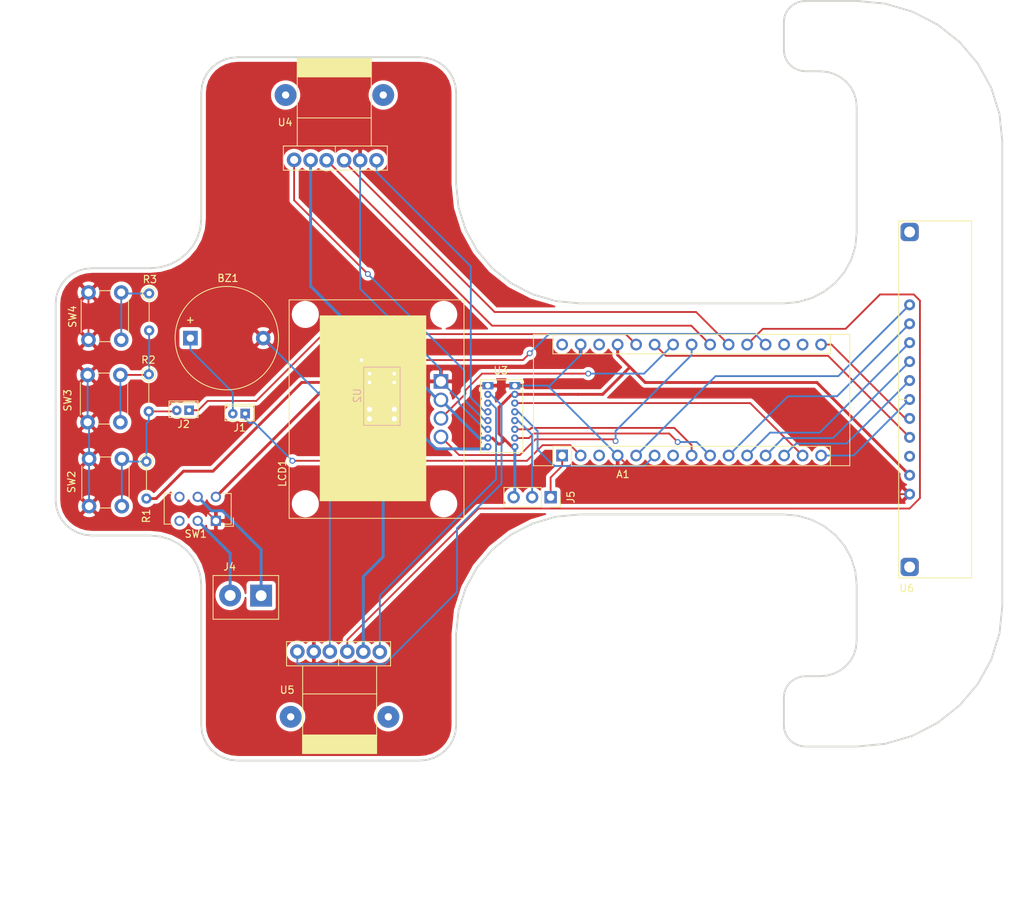
<source format=kicad_pcb>
(kicad_pcb (version 20211014) (generator pcbnew)
  (layers (0 "F.Cu" signal) (31 "B.Cu" signal) (34 "B.Paste" user) (35 "F.Paste" user) (36 "B.SilkS" user "B.Silkscreen") (37 "F.SilkS" user "F.Silkscreen") (38 "B.Mask" user) (39 "F.Mask" user) (44 "Edge.Cuts" user))
  (net 0 "")
  (net 1 "SERIAL-TX")
  (net 2 "Net-(A1-Pad17)")
  (net 3 "SERIAL-RX")
  (net 4 "Net-(A1-Pad18)")
  (net 5 "Net-(A1-Pad3)")
  (net 6 "M2-ENCDR-B")
  (net 7 "GND")
  (net 8 "M2-ENCDR-A")
  (net 9 "QTR-1")
  (net 10 "M1-ENCDR-B")
  (net 11 "MOTOR-2A")
  (net 12 "M1-ENCDR-A")
  (net 13 "IR-LED")
  (net 14 "OLED-SDA")
  (net 15 "MOTOR-1A")
  (net 16 "OLED-SCL")
  (net 17 "MOTOR-1B")
  (net 18 "QTR-8")
  (net 19 "QTR-2")
  (net 20 "BUTTON")
  (net 21 "QTR-3")
  (net 22 "+5V")
  (net 23 "QTR-4")
  (net 24 "Net-(A1-Pad28)")
  (net 25 "QTR-5")
  (net 26 "MOTOR-2B")
  (net 27 "Net-(A1-Pad30)")
  (net 28 "QTR-6")
  (net 29 "QTR-7")
  (net 30 "Net-(BZ1-Pad1)")
  (net 31 "Net-(J2-Pad2)")
  (net 32 "+BATT")
  (net 33 "-BATT")
  (net 34 "MOTOR-EN")
  (net 35 "Net-(R2-Pad1)")
  (net 36 "Net-(R3-Pad1)")
  (net 37 "Net-(SW1-Pad3)")
  (net 38 "+12V")
  (net 39 "Net-(SW1-Pad6)")
  (net 40 "Net-(U3-Pad1)")
  (net 41 "Net-(U3-Pad5)")
  (net 42 "Net-(U3-Pad11)")
  (net 43 "Net-(U3-Pad7)")
  (net 44 "IR_LED")
  (footprint "Module:Arduino_Nano" (layer "F.Cu") (at 160.419 98.1519 90)
    (fp_text reference "A1")
    (fp_text value "Arduino_Nano_v2.x")
  )
  (footprint "Buzzer_Beeper:Buzzer_D14mm_H7mm_P10mm" (layer "F.Cu") (at 109.37 82.0293)
    (fp_text reference "BZ1")
    (fp_text value "Buzzer")
  )
  (footprint "Button:Button_selector" (layer "F.Cu") (at 116.134 93.3755 180)
    (fp_text reference "J1")
    (fp_text value "BUTTON")
  )
  (footprint "Button:Button_selector" (layer "F.Cu") (at 108.433 92.9208 180)
    (fp_text reference "J2")
    (fp_text value "BUTTON_SELECTION")
  )
  (footprint "Adafruit-GFX-Library-master:OLED-SSD-1306-I2C" (layer "F.Cu") (at 138.153 91.7702 -90)
    (fp_text reference "LCD1")
    (fp_text value "OLED-SSD1306-12C")
  )
  (footprint "Resistor_THT:R_Axial_DIN0204_L3.6mm_D1.6mm_P5.08mm_Vertical" (layer "F.Cu") (at 103.66 87.0102 -90)
    (fp_text reference "R2")
    (fp_text value "1k")
  )
  (footprint "Resistor_THT:R_Axial_DIN0204_L3.6mm_D1.6mm_P5.08mm_Vertical" (layer "F.Cu") (at 103.708 75.8977 -90)
    (fp_text reference "R3")
    (fp_text value "1k")
  )
  (footprint "Button_Switch_THT:SW_CuK_JS202011CQN_DPDT_Straight" (layer "F.Cu") (at 112.873 107.119 180)
    (fp_text reference "SW1")
    (fp_text value "SW_DPDT_x2")
  )
  (footprint "Button_Switch_THT:SW_PUSH_6mm_H5mm" (layer "F.Cu") (at 99.756 87.0788 -90)
    (fp_text reference "SW3")
    (fp_text value "SW_Push")
  )
  (footprint "Button_Switch_THT:SW_PUSH_6mm_H5mm" (layer "F.Cu") (at 99.8753 75.7631 -90)
    (fp_text reference "SW4")
    (fp_text value "SW_Push")
  )
  (footprint "TB6612FNG:TB6612FNG" (layer "F.Cu") (at 155.019 97.7494 90)
    (fp_text reference "U3")
    (fp_text value "TB6612FBG")
  )
  (footprint "N20_motoreductor:n20_motor_encoder" (layer "F.Cu") (at 129.276 55.6463)
    (fp_text reference "U4")
    (fp_text value "N20-encoder")
  )
  (footprint "N20_motoreductor:n20_motor_encoder" (layer "F.Cu") (at 129.718 127.03 180)
    (fp_text reference "U5")
    (fp_text value "N20-encoder")
  )
  (footprint "QTR-8RC:QTR-8RC" (layer "F.Cu") (at 206.632 114.953)
    (fp_text reference "U6")
    (fp_text value "QTR-8RC")
  )
  (footprint "Button_Switch_THT:SW_PUSH_6mm_H5mm" (layer "F.Cu") (at 99.9566 98.6028 -90)
    (fp_text reference "SW2")
    (fp_text value "SW_Push")
  )
  (footprint "BATT_12v:BATT12-V" (layer "F.Cu") (at 116.987 120.63)
    (fp_text reference "J4")
    (fp_text value "BATT_12V")
  )
  (footprint "Connector_PinSocket_2.54mm:PinSocket_1x03_P2.54mm_Vertical" (layer "F.Cu") (at 158.836 103.866 -90)
    (fp_text reference "J5")
    (fp_text value "Conn_01x03_Female")
  )
  (footprint "Resistor_THT:R_Axial_DIN0204_L3.6mm_D1.6mm_P5.08mm_Vertical" (layer "F.Cu") (at 103.335 98.9762 -90)
    (fp_text reference "R1")
    (fp_text value "2k")
  )
  (footprint "MP1584:MP1584" (layer "B.Cu") (at 137.171 90.0088 -90)
    (fp_text reference "U2")
    (fp_text value "MP1584")
  )
  (gr_line (start 156.357342 107.48654) (end 159.546425 106.552106) (layer "Edge.Cuts") (width 0.254))
  (gr_line (start 141.838412 43.544208) (end 140.86296 43.451408) (layer "Edge.Cuts") (width 0.254))
  (gr_line (start 142.776378 139.676356) (end 143.640812 139.23005) (layer "Edge.Cuts") (width 0.254))
  (gr_line (start 145.766887 47.338823) (end 145.482358 46.432818) (layer "Edge.Cuts") (width 0.254))
  (gr_line (start 190.86296 77.258812) (end 192.813863 77.073212) (layer "Edge.Cuts") (width 0.254))
  (gr_line (start 156.357342 76.008858) (end 153.418267 74.491418) (layer "Edge.Cuts") (width 0.254))
  (gr_line (start 114.887509 139.95119) (end 113.949543 139.676356) (layer "Edge.Cuts") (width 0.254))
  (gr_line (start 110.330117 113.308337) (end 109.683248 112.139366) (layer "Edge.Cuts") (width 0.254))
  (gr_line (start 93.949543 72.796816) (end 93.085109 73.243122) (layer "Edge.Cuts") (width 0.254))
  (gr_line (start 200.86296 50.212889) (end 200.766886 49.270675) (layer "Edge.Cuts") (width 0.254))
  (gr_line (start 217.492352 129.526414) (end 219.34055 126.186498) (layer "Edge.Cuts") (width 0.254))
  (gr_line (start 200.101755 71.295992) (end 200.670812 69.483981) (layer "Edge.Cuts") (width 0.254))
  (gr_line (start 94.887509 109.041563) (end 93.949543 108.76673) (layer "Edge.Cuts") (width 0.254))
  (gr_line (start 108.812708 111.114755) (end 107.751952 110.273878) (layer "Edge.Cuts") (width 0.254))
  (gr_line (start 197.934027 109.065717) (end 196.418662 107.864464) (layer "Edge.Cuts") (width 0.254))
  (gr_line (start 196.418662 107.864464) (end 194.689794 106.971853) (layer "Edge.Cuts") (width 0.254))
  (gr_line (start 194.689794 106.971853) (end 192.813863 106.422186) (layer "Edge.Cuts") (width 0.254))
  (gr_line (start 193.86296 138.112138) (end 193.277689 138.056458) (layer "Edge.Cuts") (width 0.254))
  (gr_line (start 110.86296 48.281037) (end 110.86296 65.667702) (layer "Edge.Cuts") (width 0.254))
  (gr_line (start 110.86296 48.281037) (end 110.959034 47.338823) (layer "Edge.Cuts") (width 0.254))
  (gr_line (start 162.86296 106.236586) (end 190.86296 106.236586) (layer "Edge.Cuts") (width 0.254))
  (gr_line (start 191.741639 137.263399) (end 191.368551 136.824279) (layer "Edge.Cuts") (width 0.254))
  (gr_line (start 193.86296 128.45288) (end 195.86296 128.45288) (layer "Edge.Cuts") (width 0.254))
  (gr_line (start 107.751952 110.273878) (end 106.541745 109.64905) (layer "Edge.Cuts") (width 0.254))
  (gr_line (start 190.920604 135.779689) (end 190.86296 135.21436) (layer "Edge.Cuts") (width 0.254))
  (gr_line (start 200.766886 124.565464) (end 200.86296 123.623251) (layer "Edge.Cuts") (width 0.254))
  (gr_line (start 199.177656 110.529448) (end 197.934027 109.065717) (layer "Edge.Cuts") (width 0.254))
  (gr_line (start 219.34055 47.649642) (end 217.492352 44.309725) (layer "Edge.Cuts") (width 0.254))
  (gr_line (start 192.714909 35.944582) (end 193.277689 35.779681) (layer "Edge.Cuts") (width 0.254))
  (gr_line (start 192.196249 137.623774) (end 191.741639 137.263399) (layer "Edge.Cuts") (width 0.254))
  (gr_line (start 192.196249 36.212365) (end 192.714909 35.944582) (layer "Edge.Cuts") (width 0.254))
  (gr_line (start 196.838411 128.36008) (end 197.776377 128.085246) (layer "Edge.Cuts") (width 0.254))
  (gr_line (start 92.327427 73.843748) (end 91.705612 74.575614) (layer "Edge.Cuts") (width 0.254))
  (gr_line (start 148.727977 113.534451) (end 150.842145 111.046109) (layer "Edge.Cuts") (width 0.254))
  (gr_line (start 199.398493 46.797825) (end 198.640811 46.197199) (layer "Edge.Cuts") (width 0.254))
  (gr_line (start 95.86296 109.134363) (end 103.86296 109.134363) (layer "Edge.Cuts") (width 0.254))
  (gr_line (start 150.842145 111.046109) (end 153.418267 109.003979) (layer "Edge.Cuts") (width 0.254))
  (gr_line (start 91.705612 106.987932) (end 91.243563 106.152953) (layer "Edge.Cuts") (width 0.254))
  (gr_line (start 220.478665 51.273662) (end 219.34055 47.649642) (layer "Edge.Cuts") (width 0.254))
  (gr_line (start 196.418662 75.630933) (end 197.934027 74.429681) (layer "Edge.Cuts") (width 0.254))
  (gr_line (start 94.887509 72.521983) (end 93.949543 72.796816) (layer "Edge.Cuts") (width 0.254))
  (gr_line (start 191.368551 37.01186) (end 191.741639 36.572741) (layer "Edge.Cuts") (width 0.254))
  (gr_line (start 193.86296 45.38326) (end 195.86296 45.38326) (layer "Edge.Cuts") (width 0.254))
  (gr_line (start 190.86296 38.621779) (end 190.86296 42.485482) (layer "Edge.Cuts") (width 0.254))
  (gr_line (start 199.398493 127.038314) (end 200.020308 126.306449) (layer "Edge.Cuts") (width 0.254))
  (gr_line (start 113.949543 43.819042) (end 114.887509 43.544208) (layer "Edge.Cuts") (width 0.254))
  (gr_line (start 190.86296 38.621779) (end 190.920604 38.05645) (layer "Edge.Cuts") (width 0.254))
  (gr_line (start 190.920604 130.785329) (end 191.091321 130.241726) (layer "Edge.Cuts") (width 0.254))
  (gr_line (start 191.741639 36.572741) (end 192.196249 36.212365) (layer "Edge.Cuts") (width 0.254))
  (gr_line (start 145.766887 136.156574) (end 145.86296 135.21436) (layer "Edge.Cuts") (width 0.254))
  (gr_line (start 95.86296 109.134363) (end 94.887509 109.041563) (layer "Edge.Cuts") (width 0.254))
  (gr_line (start 200.020308 47.529691) (end 199.398493 46.797825) (layer "Edge.Cuts") (width 0.254))
  (gr_line (start 115.86296 140.04399) (end 140.86296 140.04399) (layer "Edge.Cuts") (width 0.254))
  (gr_line (start 145.86296 48.281037) (end 145.766887 47.338823) (layer "Edge.Cuts") (width 0.254))
  (gr_line (start 191.091321 43.594414) (end 191.368551 44.095401) (layer "Edge.Cuts") (width 0.254))
  (gr_line (start 111.243563 46.432818) (end 111.705612 45.597839) (layer "Edge.Cuts") (width 0.254))
  (gr_line (start 200.86296 123.623251) (end 200.86296 115.895844) (layer "Edge.Cuts") (width 0.254))
  (gr_line (start 110.728457 66.986801) (end 110.330117 68.255209) (layer "Edge.Cuts") (width 0.254))
  (gr_line (start 105.228593 72.299263) (end 103.86296 72.429183) (layer "Edge.Cuts") (width 0.254))
  (gr_line (start 113.949543 139.676356) (end 113.085109 139.23005) (layer "Edge.Cuts") (width 0.254))
  (gr_line (start 90.86296 77.258812) (end 90.86296 104.304734) (layer "Edge.Cuts") (width 0.254))
  (gr_line (start 113.085109 44.265347) (end 113.949543 43.819042) (layer "Edge.Cuts") (width 0.254))
  (gr_line (start 93.085109 108.320424) (end 92.327427 107.719798) (layer "Edge.Cuts") (width 0.254))
  (gr_line (start 192.714909 128.67346) (end 193.277689 128.50856) (layer "Edge.Cuts") (width 0.254))
  (gr_line (start 110.728457 114.576744) (end 110.330117 113.308337) (layer "Edge.Cuts") (width 0.254))
  (gr_line (start 105.228593 109.264283) (end 103.86296 109.134363) (layer "Edge.Cuts") (width 0.254))
  (gr_line (start 193.86296 35.724001) (end 200.86296 35.724001) (layer "Edge.Cuts") (width 0.254))
  (gr_line (start 110.86296 115.895844) (end 110.86296 135.21436) (layer "Edge.Cuts") (width 0.254))
  (gr_line (start 93.949543 108.76673) (end 93.085109 108.320424) (layer "Edge.Cuts") (width 0.254))
  (gr_line (start 197.776377 128.085246) (end 198.640811 127.63894) (layer "Edge.Cuts") (width 0.254))
  (gr_line (start 114.887509 43.544208) (end 115.86296 43.451408) (layer "Edge.Cuts") (width 0.254))
  (gr_line (start 145.86296 122.657325) (end 146.189611 119.453797) (layer "Edge.Cuts") (width 0.254))
  (gr_line (start 195.86296 128.45288) (end 196.838411 128.36008) (layer "Edge.Cuts") (width 0.254))
  (gr_line (start 110.959034 136.156574) (end 110.86296 135.21436) (layer "Edge.Cuts") (width 0.254))
  (gr_line (start 204.764766 36.095201) (end 200.86296 35.724001) (layer "Edge.Cuts") (width 0.254))
  (gr_line (start 162.86296 77.258812) (end 190.86296 77.258812) (layer "Edge.Cuts") (width 0.254))
  (gr_line (start 192.714909 45.162679) (end 193.277689 45.32758) (layer "Edge.Cuts") (width 0.254))
  (gr_line (start 197.776377 45.750893) (end 196.838411 45.47606) (layer "Edge.Cuts") (width 0.254))
  (gr_line (start 108.812708 70.448791) (end 107.751952 71.289668) (layer "Edge.Cuts") (width 0.254))
  (gr_line (start 193.277689 138.056458) (end 192.714909 137.891558) (layer "Edge.Cuts") (width 0.254))
  (gr_line (start 147.157008 67.122018) (end 146.189611 64.0416) (layer "Edge.Cuts") (width 0.254))
  (gr_line (start 197.934027 74.429681) (end 199.177656 72.96595) (layer "Edge.Cuts") (width 0.254))
  (gr_line (start 208.516628 37.194536) (end 204.764766 36.095201) (layer "Edge.Cuts") (width 0.254))
  (gr_line (start 200.482357 125.47147) (end 200.766886 124.565464) (layer "Edge.Cuts") (width 0.254))
  (gr_line (start 200.020308 126.306449) (end 200.482357 125.47147) (layer "Edge.Cuts") (width 0.254))
  (gr_line (start 92.327427 107.719798) (end 91.705612 106.987932) (layer "Edge.Cuts") (width 0.254))
  (gr_line (start 145.020309 45.597839) (end 144.398494 44.865974) (layer "Edge.Cuts") (width 0.254))
  (gr_line (start 145.86296 48.281037) (end 145.86296 60.838073) (layer "Edge.Cuts") (width 0.254))
  (gr_line (start 191.091321 136.323292) (end 190.920604 135.779689) (layer "Edge.Cuts") (width 0.254))
  (gr_line (start 145.020309 137.897559) (end 145.482358 137.06258) (layer "Edge.Cuts") (width 0.254))
  (gr_line (start 193.86296 138.112138) (end 200.86296 138.112138) (layer "Edge.Cuts") (width 0.254))
  (gr_line (start 190.920604 38.05645) (end 191.091321 37.512847) (layer "Edge.Cuts") (width 0.254))
  (gr_line (start 153.418267 109.003979) (end 156.357342 107.48654) (layer "Edge.Cuts") (width 0.254))
  (gr_line (start 162.86296 77.258812) (end 159.546425 76.943292) (layer "Edge.Cuts") (width 0.254))
  (gr_line (start 191.368551 136.824279) (end 191.091321 136.323292) (layer "Edge.Cuts") (width 0.254))
  (gr_line (start 193.277689 35.779681) (end 193.86296 35.724001) (layer "Edge.Cuts") (width 0.254))
  (gr_line (start 192.196249 44.894896) (end 192.714909 45.162679) (layer "Edge.Cuts") (width 0.254))
  (gr_line (start 111.705612 45.597839) (end 112.327427 44.865974) (layer "Edge.Cuts") (width 0.254))
  (gr_line (start 110.86296 115.895844) (end 110.728457 114.576744) (layer "Edge.Cuts") (width 0.254))
  (gr_line (start 93.085109 73.243122) (end 92.327427 73.843748) (layer "Edge.Cuts") (width 0.254))
  (gr_line (start 115.86296 140.04399) (end 114.887509 139.95119) (layer "Edge.Cuts") (width 0.254))
  (gr_line (start 191.368551 129.740738) (end 191.741639 129.301619) (layer "Edge.Cuts") (width 0.254))
  (gr_line (start 142.776378 43.819042) (end 141.838412 43.544208) (layer "Edge.Cuts") (width 0.254))
  (gr_line (start 219.34055 126.186498) (end 220.478665 122.562477) (layer "Edge.Cuts") (width 0.254))
  (gr_line (start 190.86296 131.350657) (end 190.86296 135.21436) (layer "Edge.Cuts") (width 0.254))
  (gr_line (start 110.86296 65.667702) (end 110.728457 66.986801) (layer "Edge.Cuts") (width 0.254))
  (gr_line (start 110.330117 68.255209) (end 109.683248 69.424179) (layer "Edge.Cuts") (width 0.254))
  (gr_line (start 106.541745 109.64905) (end 105.228593 109.264283) (layer "Edge.Cuts") (width 0.254))
  (gr_line (start 211.974364 38.979758) (end 208.516628 37.194536) (layer "Edge.Cuts") (width 0.254))
  (gr_line (start 144.398494 44.865974) (end 143.640812 44.265347) (layer "Edge.Cuts") (width 0.254))
  (gr_line (start 146.189611 64.0416) (end 145.86296 60.838073) (layer "Edge.Cuts") (width 0.254))
  (gr_line (start 191.741639 129.301619) (end 192.196249 128.941243) (layer "Edge.Cuts") (width 0.254))
  (gr_line (start 200.86296 50.212889) (end 200.86296 67.599554) (layer "Edge.Cuts") (width 0.254))
  (gr_line (start 115.86296 43.451408) (end 140.86296 43.451408) (layer "Edge.Cuts") (width 0.254))
  (gr_line (start 90.959034 76.316598) (end 90.86296 77.258812) (layer "Edge.Cuts") (width 0.254))
  (gr_line (start 112.327427 138.629424) (end 111.705612 137.897559) (layer "Edge.Cuts") (width 0.254))
  (gr_line (start 208.516628 136.641603) (end 211.974364 134.856381) (layer "Edge.Cuts") (width 0.254))
  (gr_line (start 200.482357 48.36467) (end 200.020308 47.529691) (layer "Edge.Cuts") (width 0.254))
  (gr_line (start 145.86296 122.657325) (end 145.86296 135.21436) (layer "Edge.Cuts") (width 0.254))
  (gr_line (start 147.157008 116.37338) (end 148.727977 113.534451) (layer "Edge.Cuts") (width 0.254))
  (gr_line (start 143.640812 44.265347) (end 142.776378 43.819042) (layer "Edge.Cuts") (width 0.254))
  (gr_line (start 159.546425 106.552106) (end 162.86296 106.236586) (layer "Edge.Cuts") (width 0.254))
  (gr_line (start 192.813863 106.422186) (end 190.86296 106.236586) (layer "Edge.Cuts") (width 0.254))
  (gr_line (start 200.670812 114.011416) (end 200.101755 112.199406) (layer "Edge.Cuts") (width 0.254))
  (gr_line (start 198.640811 46.197199) (end 197.776377 45.750893) (layer "Edge.Cuts") (width 0.254))
  (gr_line (start 110.959034 47.338823) (end 111.243563 46.432818) (layer "Edge.Cuts") (width 0.254))
  (gr_line (start 199.177656 72.96595) (end 200.101755 71.295992) (layer "Edge.Cuts") (width 0.254))
  (gr_line (start 143.640812 139.23005) (end 144.398494 138.629424) (layer "Edge.Cuts") (width 0.254))
  (gr_line (start 192.196249 128.941243) (end 192.714909 128.67346) (layer "Edge.Cuts") (width 0.254))
  (gr_line (start 196.838411 45.47606) (end 195.86296 45.38326) (layer "Edge.Cuts") (width 0.254))
  (gr_line (start 192.714909 137.891558) (end 192.196249 137.623774) (layer "Edge.Cuts") (width 0.254))
  (gr_line (start 148.727977 69.960947) (end 147.157008 67.122018) (layer "Edge.Cuts") (width 0.254))
  (gr_line (start 200.766886 49.270675) (end 200.482357 48.36467) (layer "Edge.Cuts") (width 0.254))
  (gr_line (start 144.398494 138.629424) (end 145.020309 137.897559) (layer "Edge.Cuts") (width 0.254))
  (gr_line (start 145.482358 46.432818) (end 145.020309 45.597839) (layer "Edge.Cuts") (width 0.254))
  (gr_line (start 198.640811 127.63894) (end 199.398493 127.038314) (layer "Edge.Cuts") (width 0.254))
  (gr_line (start 191.091321 37.512847) (end 191.368551 37.01186) (layer "Edge.Cuts") (width 0.254))
  (gr_line (start 91.243563 75.410593) (end 90.959034 76.316598) (layer "Edge.Cuts") (width 0.254))
  (gr_line (start 146.189611 119.453797) (end 147.157008 116.37338) (layer "Edge.Cuts") (width 0.254))
  (gr_line (start 193.277689 128.50856) (end 193.86296 128.45288) (layer "Edge.Cuts") (width 0.254))
  (gr_line (start 220.86296 55.042518) (end 220.478665 51.273662) (layer "Edge.Cuts") (width 0.254))
  (gr_line (start 194.689794 76.523545) (end 196.418662 75.630933) (layer "Edge.Cuts") (width 0.254))
  (gr_line (start 191.741639 44.53452) (end 192.196249 44.894896) (layer "Edge.Cuts") (width 0.254))
  (gr_line (start 113.085109 139.23005) (end 112.327427 138.629424) (layer "Edge.Cuts") (width 0.254))
  (gr_line (start 111.705612 137.897559) (end 111.243563 137.06258) (layer "Edge.Cuts") (width 0.254))
  (gr_line (start 200.86296 115.895844) (end 200.670812 114.011416) (layer "Edge.Cuts") (width 0.254))
  (gr_line (start 159.546425 76.943292) (end 156.357342 76.008858) (layer "Edge.Cuts") (width 0.254))
  (gr_line (start 153.418267 74.491418) (end 150.842145 72.449289) (layer "Edge.Cuts") (width 0.254))
  (gr_line (start 193.277689 45.32758) (end 193.86296 45.38326) (layer "Edge.Cuts") (width 0.254))
  (gr_line (start 215.005095 41.382264) (end 211.974364 38.979758) (layer "Edge.Cuts") (width 0.254))
  (gr_line (start 95.86296 72.429183) (end 94.887509 72.521983) (layer "Edge.Cuts") (width 0.254))
  (gr_line (start 107.751952 71.289668) (end 106.541745 71.914496) (layer "Edge.Cuts") (width 0.254))
  (gr_line (start 217.492352 44.309725) (end 215.005095 41.382264) (layer "Edge.Cuts") (width 0.254))
  (gr_line (start 190.86296 131.350657) (end 190.920604 130.785329) (layer "Edge.Cuts") (width 0.254))
  (gr_line (start 90.959034 105.246948) (end 90.86296 104.304734) (layer "Edge.Cuts") (width 0.254))
  (gr_line (start 200.101755 112.199406) (end 199.177656 110.529448) (layer "Edge.Cuts") (width 0.254))
  (gr_line (start 109.683248 112.139366) (end 108.812708 111.114755) (layer "Edge.Cuts") (width 0.254))
  (gr_line (start 111.243563 137.06258) (end 110.959034 136.156574) (layer "Edge.Cuts") (width 0.254))
  (gr_line (start 91.243563 106.152953) (end 90.959034 105.246948) (layer "Edge.Cuts") (width 0.254))
  (gr_line (start 140.86296 140.04399) (end 141.838412 139.95119) (layer "Edge.Cuts") (width 0.254))
  (gr_line (start 211.974364 134.856381) (end 215.005095 132.453875) (layer "Edge.Cuts") (width 0.254))
  (gr_line (start 220.86296 55.042518) (end 220.86296 118.793621) (layer "Edge.Cuts") (width 0.254))
  (gr_line (start 190.920604 43.05081) (end 191.091321 43.594414) (layer "Edge.Cuts") (width 0.254))
  (gr_line (start 106.541745 71.914496) (end 105.228593 72.299263) (layer "Edge.Cuts") (width 0.254))
  (gr_line (start 112.327427 44.865974) (end 113.085109 44.265347) (layer "Edge.Cuts") (width 0.254))
  (gr_line (start 192.813863 77.073212) (end 194.689794 76.523545) (layer "Edge.Cuts") (width 0.254))
  (gr_line (start 191.368551 44.095401) (end 191.741639 44.53452) (layer "Edge.Cuts") (width 0.254))
  (gr_line (start 204.764766 137.740938) (end 208.516628 136.641603) (layer "Edge.Cuts") (width 0.254))
  (gr_line (start 215.005095 132.453875) (end 217.492352 129.526414) (layer "Edge.Cuts") (width 0.254))
  (gr_line (start 200.670812 69.483981) (end 200.86296 67.599554) (layer "Edge.Cuts") (width 0.254))
  (gr_line (start 150.842145 72.449289) (end 148.727977 69.960947) (layer "Edge.Cuts") (width 0.254))
  (gr_line (start 200.86296 138.112138) (end 204.764766 137.740938) (layer "Edge.Cuts") (width 0.254))
  (gr_line (start 109.683248 69.424179) (end 108.812708 70.448791) (layer "Edge.Cuts") (width 0.254))
  (gr_line (start 141.838412 139.95119) (end 142.776378 139.676356) (layer "Edge.Cuts") (width 0.254))
  (gr_line (start 190.86296 42.485482) (end 190.920604 43.05081) (layer "Edge.Cuts") (width 0.254))
  (gr_line (start 91.705612 74.575614) (end 91.243563 75.410593) (layer "Edge.Cuts") (width 0.254))
  (gr_line (start 145.482358 137.06258) (end 145.766887 136.156574) (layer "Edge.Cuts") (width 0.254))
  (gr_line (start 95.86296 72.429183) (end 103.86296 72.429183) (layer "Edge.Cuts") (width 0.254))
  (gr_line (start 191.091321 130.241726) (end 191.368551 129.740738) (layer "Edge.Cuts") (width 0.254))
  (gr_line (start 220.478665 122.562477) (end 220.86296 118.793621) (layer "Edge.Cuts") (width 0.254))
  (gr_text "" (at 90.86296 148.313986) (layer "Edge.Cuts") (effects (font (size 4.83362 4.350258) (thickness 0.604202)) (justify left top)))
  (gr_text "" (at 91.375929 158.904385) (layer "Edge.Cuts") (effects (font (size 4.83362 4.350258) (thickness 0.604202)) (justify left top)))
  (segment (start 160.419 98.1519) (end 160.419 99.5772) (width 0.25) (layer "F.Cu") (net 1))
  (segment (start 158.836 103.866) (end 158.836 101.1602) (width 0.25) (layer "F.Cu") (net 1))
  (segment (start 158.836 101.1602) (end 160.419 99.5772) (width 0.25) (layer "F.Cu") (net 1))
  (segment (start 162.959 98.1519) (end 161.5336 96.7265) (width 0.25) (layer "F.Cu") (net 3))
  (segment (start 155.5955 98.8721) (end 123.3781 98.8721) (width 0.25) (layer "F.Cu") (net 3))
  (segment (start 161.5336 96.7265) (end 157.7411 96.7265) (width 0.25) (layer "F.Cu") (net 3))
  (segment (start 157.7411 96.7265) (end 155.5955 98.8721) (width 0.25) (layer "F.Cu") (net 3))
  (via (at 123.3781 98.8721) (size 0.8) (drill 0.5) (layers "F.Cu" "B.Cu") (net 3))
  (segment (start 116.88838 93.10382) (end 116.88838 92.38236) (width 0.25) (layer "B.Cu") (net 3))
  (segment (start 117.44226 93.6577) (end 116.88838 93.10382) (width 0.25) (layer "B.Cu") (net 3))
  (segment (start 118.1637 93.6577) (end 117.44226 93.6577) (width 0.25) (layer "B.Cu") (net 3))
  (segment (start 118.1637 93.6577) (end 123.3781 98.8721) (width 0.25) (layer "B.Cu") (net 3))
  (segment (start 132.8445 85.0395) (end 155.0353 85.0395) (width 0.25) (layer "F.Cu") (net 6))
  (segment (start 155.0353 85.0395) (end 155.9635 84.1113) (width 0.25) (layer "F.Cu") (net 6))
  (via (at 132.8445 85.0395) (size 0.8) (drill 0.5) (layers "F.Cu" "B.Cu") (net 6))
  (via (at 155.9635 84.1113) (size 0.8) (drill 0.5) (layers "F.Cu" "B.Cu") (net 6))
  (segment (start 135.0964 97.0897) (end 135.0964 91.0057) (width 0.25) (layer "B.Cu") (net 6))
  (segment (start 128.518 103.6681) (end 135.0964 97.0897) (width 0.25) (layer "B.Cu") (net 6))
  (segment (start 155.9635 84.1113) (end 158.6262 81.4486) (width 0.25) (layer "B.Cu") (net 6))
  (segment (start 158.6262 81.4486) (end 186.8957 81.4486) (width 0.25) (layer "B.Cu") (net 6))
  (segment (start 186.8957 81.4486) (end 188.359 82.9119) (width 0.25) (layer "B.Cu") (net 6))
  (segment (start 128.518 125.0742) (end 128.518 103.6681) (width 0.25) (layer "B.Cu") (net 6))
  (segment (start 134.4451 90.6834) (end 132.8445 89.0828) (width 0.25) (layer "B.Cu") (net 6))
  (segment (start 135.0964 91.0057) (end 134.7741 90.6834) (width 0.25) (layer "B.Cu") (net 6))
  (segment (start 132.8445 89.0828) (end 132.8445 85.0395) (width 0.25) (layer "B.Cu") (net 6))
  (segment (start 134.7741 90.6834) (end 134.4451 90.6834) (width 0.25) (layer "B.Cu") (net 6))
  (segment (start 143.7791 87.9702) (end 142.1538 87.9702) (width 0.25) (layer "F.Cu") (net 7))
  (segment (start 97.1104 106.7566) (end 102.509 106.7566) (width 0.25) (layer "F.Cu") (net 7))
  (segment (start 149.7938 94.5494) (end 150.219 94.5494) (width 0.25) (layer "F.Cu") (net 7))
  (segment (start 208.132 103.453) (end 173.3401 103.453) (width 0.25) (layer "F.Cu") (net 7))
  (segment (start 148.84654 88.75268) (end 149.04982 88.5494) (width 0.25) (layer "F.Cu") (net 7))
  (segment (start 114.0326 108.4443) (end 126.318 120.7297) (width 0.25) (layer "F.Cu") (net 7))
  (segment (start 148.84654 89.13114) (end 148.84654 88.75268) (width 0.25) (layer "F.Cu") (net 7))
  (segment (start 95.4566 105.1028) (end 97.1104 106.7566) (width 0.25) (layer "F.Cu") (net 7))
  (segment (start 153.919 88.5494) (end 150.219 88.5494) (width 0.25) (layer "F.Cu") (net 7))
  (segment (start 137.371 91.8088) (end 137.9337 91.8088) (width 0.25) (layer "F.Cu") (net 7))
  (segment (start 97.0104 83.8982) (end 97.0104 84.59996) (width 0.25) (layer "F.Cu") (net 7))
  (segment (start 111.5166 105.7626) (end 112.873 107.119) (width 0.25) (layer "F.Cu") (net 7))
  (segment (start 99.58578 83.91398) (end 99.04984 83.91398) (width 0.25) (layer "F.Cu") (net 7))
  (segment (start 173.3401 103.453) (end 168.039 98.1519) (width 0.25) (layer "F.Cu") (net 7))
  (segment (start 98.36386 84.59996) (end 97.0104 84.59996) (width 0.25) (layer "F.Cu") (net 7))
  (segment (start 137.759 91.9835) (end 137.371 91.9835) (width 0.25) (layer "F.Cu") (net 7))
  (segment (start 112.873 107.119) (end 112.873 108.4443) (width 0.25) (layer "F.Cu") (net 7))
  (segment (start 117.5011 83.8982) (end 99.58578 83.91398) (width 0.25) (layer "F.Cu") (net 7))
  (segment (start 133.971 91.8088) (end 137.371 91.8088) (width 0.25) (layer "F.Cu") (net 7))
  (segment (start 148.84654 89.13114) (end 148.8437 93.5993) (width 0.25) (layer "F.Cu") (net 7))
  (segment (start 95.3753 75.7631) (end 95.3753 82.2631) (width 0.25) (layer "F.Cu") (net 7))
  (segment (start 97.0104 84.59996) (end 97.0104 85.3244) (width 0.25) (layer "F.Cu") (net 7))
  (segment (start 137.371 93.1088) (end 137.371 91.9835) (width 0.25) (layer "F.Cu") (net 7))
  (segment (start 148.8437 93.5993) (end 149.7938 94.5494) (width 0.25) (layer "F.Cu") (net 7))
  (segment (start 149.04982 88.5494) (end 150.219 88.5494) (width 0.25) (layer "F.Cu") (net 7))
  (segment (start 99.04984 83.91398) (end 98.36386 84.59996) (width 0.25) (layer "F.Cu") (net 7))
  (segment (start 103.503 105.7626) (end 111.5166 105.7626) (width 0.25) (layer "F.Cu") (net 7))
  (segment (start 137.9337 91.8088) (end 137.759 91.9835) (width 0.25) (layer "F.Cu") (net 7))
  (segment (start 102.509 106.7566) (end 103.503 105.7626) (width 0.25) (layer "F.Cu") (net 7))
  (segment (start 126.318 120.7297) (end 126.318 125.0742) (width 0.25) (layer "F.Cu") (net 7))
  (segment (start 97.0104 85.3244) (end 95.256 87.0788) (width 0.25) (layer "F.Cu") (net 7))
  (segment (start 97.0104 83.8982) (end 95.3753 82.2631) (width 0.25) (layer "F.Cu") (net 7))
  (segment (start 112.873 108.4443) (end 114.0326 108.4443) (width 0.25) (layer "F.Cu") (net 7))
  (segment (start 119.37 82.0293) (end 117.5011 83.8982) (width 0.25) (layer "F.Cu") (net 7))
  (segment (start 137.9337 91.8088) (end 142.1538 87.9702) (width 0.25) (layer "F.Cu") (net 7))
  (segment (start 95.4566 105.1028) (end 95.4566 98.6028) (width 0.25) (layer "B.Cu") (net 7))
  (segment (start 129.1495 91.8088) (end 119.37 82.0293) (width 0.25) (layer "B.Cu") (net 7))
  (segment (start 132.676 75.2418) (end 132.676 57.6021) (width 0.25) (layer "B.Cu") (net 7))
  (segment (start 158.5917 88.7045) (end 158.4365 88.5494) (width 0.25) (layer "B.Cu") (net 7))
  (segment (start 143.7791 86.3449) (end 132.676 75.2418) (width 0.25) (layer "B.Cu") (net 7))
  (segment (start 162.959 82.9119) (end 162.959 84.3372) (width 0.25) (layer "B.Cu") (net 7))
  (segment (start 168.039 98.1519) (end 158.5917 88.7045) (width 0.25) (layer "B.Cu") (net 7))
  (segment (start 95.4566 93.7794) (end 95.4566 98.6028) (width 0.25) (layer "B.Cu") (net 7))
  (segment (start 95.256 87.0788) (end 95.256 93.5788) (width 0.25) (layer "B.Cu") (net 7))
  (segment (start 133.971 91.8088) (end 129.1495 91.8088) (width 0.25) (layer "B.Cu") (net 7))
  (segment (start 158.4365 88.5494) (end 153.919 88.5494) (width 0.25) (layer "B.Cu") (net 7))
  (segment (start 149.8094 94.5494) (end 146.2723 91.0123) (width 0.25) (layer "B.Cu") (net 7))
  (segment (start 146.2723 91.0123) (end 146.2723 90.4634) (width 0.25) (layer "B.Cu") (net 7))
  (segment (start 143.7791 87.9702) (end 143.7791 86.3449) (width 0.25) (layer "B.Cu") (net 7))
  (segment (start 95.256 93.5788) (end 95.4566 93.7794) (width 0.25) (layer "B.Cu") (net 7))
  (segment (start 158.5917 88.7045) (end 162.959 84.3372) (width 0.25) (layer "B.Cu") (net 7))
  (segment (start 133.971 91.8088) (end 133.971 93.1088) (width 0.25) (layer "B.Cu") (net 7))
  (segment (start 150.219 94.5494) (end 149.8094 94.5494) (width 0.25) (layer "B.Cu") (net 7))
  (segment (start 146.2723 90.4634) (end 143.7791 87.9702) (width 0.25) (layer "B.Cu") (net 7))
  (segment (start 208.7067 76.0315) (end 204.0693 76.0315) (width 0.25) (layer "F.Cu") (net 8))
  (segment (start 199.3488 80.752) (end 187.9789 80.752) (width 0.25) (layer "F.Cu") (net 8))
  (segment (start 130.918 125.0742) (end 130.918 123.4489) (width 0.25) (layer "F.Cu") (net 8))
  (segment (start 204.0693 76.0315) (end 199.3488 80.752) (width 0.25) (layer "F.Cu") (net 8))
  (segment (start 148.9412 105.4257) (end 208.1248 105.4257) (width 0.25) (layer "F.Cu") (net 8))
  (segment (start 187.9789 80.752) (end 185.819 82.9119) (width 0.25) (layer "F.Cu") (net 8))
  (segment (start 130.918 123.4489) (end 148.9412 105.4257) (width 0.25) (layer "F.Cu") (net 8))
  (segment (start 208.1248 105.4257) (end 209.5506 103.9999) (width 0.25) (layer "F.Cu") (net 8))
  (segment (start 209.5506 76.8754) (end 208.7067 76.0315) (width 0.25) (layer "F.Cu") (net 8))
  (segment (start 209.5506 103.9999) (end 209.5506 76.8754) (width 0.25) (layer "F.Cu") (net 8))
  (segment (start 208.132 77.453) (end 198.3383 87.2467) (width 0.25) (layer "B.Cu") (net 9))
  (segment (start 198.3383 87.2467) (end 181.4842 87.2467) (width 0.25) (layer "B.Cu") (net 9))
  (segment (start 181.4842 87.2467) (end 170.579 98.1519) (width 0.25) (layer "B.Cu") (net 9))
  (segment (start 151.1477 78.4411) (end 130.476 57.7694) (width 0.25) (layer "F.Cu") (net 10))
  (segment (start 178.8082 78.4411) (end 151.1477 78.4411) (width 0.25) (layer "F.Cu") (net 10))
  (segment (start 130.476 57.7694) (end 130.476 57.6021) (width 0.25) (layer "F.Cu") (net 10))
  (segment (start 183.279 82.9119) (end 178.8082 78.4411) (width 0.25) (layer "F.Cu") (net 10))
  (segment (start 157.0464 97.3198) (end 159.3116 99.585) (width 0.25) (layer "B.Cu") (net 11))
  (segment (start 153.919 92.1494) (end 154.4078 92.1494) (width 0.25) (layer "B.Cu") (net 11))
  (segment (start 154.4078 92.1494) (end 157.0464 94.788) (width 0.25) (layer "B.Cu") (net 11))
  (segment (start 159.3116 99.585) (end 171.6859 99.585) (width 0.25) (layer "B.Cu") (net 11))
  (segment (start 171.6859 99.585) (end 173.119 98.1519) (width 0.25) (layer "B.Cu") (net 11))
  (segment (start 157.0464 94.788) (end 157.0464 97.3198) (width 0.25) (layer "B.Cu") (net 11))
  (segment (start 178.1457 80.3186) (end 180.739 82.9119) (width 0.25) (layer "F.Cu") (net 12))
  (segment (start 150.7925 80.3186) (end 178.1457 80.3186) (width 0.25) (layer "F.Cu") (net 12))
  (segment (start 128.076 57.6021) (end 150.7925 80.3186) (width 0.25) (layer "F.Cu") (net 12))
  (segment (start 156.7608 95.9237) (end 167.5126 95.9237) (width 0.25) (layer "F.Cu") (net 14))
  (segment (start 167.5126 95.9237) (end 167.7595 96.1706) (width 0.25) (layer "F.Cu") (net 14))
  (segment (start 143.7791 95.5902) (end 146.2741 98.0852) (width 0.25) (layer "F.Cu") (net 14))
  (segment (start 154.5993 98.0852) (end 156.7608 95.9237) (width 0.25) (layer "F.Cu") (net 14))
  (segment (start 146.2741 98.0852) (end 154.5993 98.0852) (width 0.25) (layer "F.Cu") (net 14))
  (via (at 167.7595 96.1706) (size 0.8) (drill 0.5) (layers "F.Cu" "B.Cu") (net 14))
  (segment (start 178.199 84.3372) (end 167.7595 94.7767) (width 0.25) (layer "B.Cu") (net 14))
  (segment (start 178.199 82.9119) (end 178.199 84.3372) (width 0.25) (layer "B.Cu") (net 14))
  (segment (start 167.7595 94.7767) (end 167.7595 96.1706) (width 0.25) (layer "B.Cu") (net 14))
  (segment (start 175.8297 94.3573) (end 156.2049 94.3573) (width 0.25) (layer "F.Cu") (net 15))
  (segment (start 156.2049 94.3573) (end 156.0128 94.5494) (width 0.25) (layer "F.Cu") (net 15))
  (segment (start 178.199 98.1519) (end 178.199 96.7266) (width 0.25) (layer "F.Cu") (net 15))
  (segment (start 156.0128 94.5494) (end 153.919 94.5494) (width 0.25) (layer "F.Cu") (net 15))
  (segment (start 178.199 96.7266) (end 175.8297 94.3573) (width 0.25) (layer "F.Cu") (net 15))
  (segment (start 147.1241 89.7052) (end 147.1241 89.2061) (width 0.25) (layer "F.Cu") (net 16))
  (segment (start 143.7791 93.0502) (end 147.1241 89.7052) (width 0.25) (layer "F.Cu") (net 16))
  (segment (start 149.4278 86.9024) (end 164.0065 86.9024) (width 0.25) (layer "F.Cu") (net 16))
  (segment (start 147.1241 89.2061) (end 149.4278 86.9024) (width 0.25) (layer "F.Cu") (net 16))
  (via (at 164.0065 86.9024) (size 0.8) (drill 0.5) (layers "F.Cu" "B.Cu") (net 16))
  (segment (start 164.0065 86.9024) (end 171.6685 86.9024) (width 0.25) (layer "B.Cu") (net 16))
  (segment (start 171.6685 86.9024) (end 175.659 82.9119) (width 0.25) (layer "B.Cu") (net 16))
  (segment (start 156.4993 95.124) (end 155.8739 95.7494) (width 0.25) (layer "F.Cu") (net 17))
  (segment (start 155.8739 95.7494) (end 153.919 95.7494) (width 0.25) (layer "F.Cu") (net 17))
  (segment (start 175.1116 95.124) (end 156.4993 95.124) (width 0.25) (layer "F.Cu") (net 17))
  (segment (start 176.2827 96.2951) (end 175.1116 95.124) (width 0.25) (layer "F.Cu") (net 17))
  (via (at 176.2827 96.2951) (size 0.8) (drill 0.5) (layers "F.Cu" "B.Cu") (net 17))
  (segment (start 176.2827 96.2951) (end 178.8822 96.2951) (width 0.25) (layer "B.Cu") (net 17))
  (segment (start 178.8822 96.2951) (end 180.739 98.1519) (width 0.25) (layer "B.Cu") (net 17))
  (segment (start 208.132 95.653) (end 196.9372 84.4582) (width 0.25) (layer "F.Cu") (net 18))
  (segment (start 196.9372 84.4582) (end 174.6653 84.4582) (width 0.25) (layer "F.Cu") (net 18))
  (segment (start 174.6653 84.4582) (end 173.119 82.9119) (width 0.25) (layer "F.Cu") (net 18))
  (segment (start 198.1757 90.0093) (end 191.4216 90.0093) (width 0.25) (layer "B.Cu") (net 19))
  (segment (start 208.132 80.053) (end 198.1757 90.0093) (width 0.25) (layer "B.Cu") (net 19))
  (segment (start 191.4216 90.0093) (end 183.279 98.1519) (width 0.25) (layer "B.Cu") (net 19))
  (segment (start 110.4627 91.9277) (end 111.738 90.6524) (width 0.25) (layer "F.Cu") (net 20))
  (segment (start 109.1874 91.9277) (end 110.4627 91.9277) (width 0.25) (layer "F.Cu") (net 20))
  (segment (start 169.1448 81.4777) (end 170.579 82.9119) (width 0.25) (layer "F.Cu") (net 20))
  (segment (start 127.5942 81.4777) (end 169.1448 81.4777) (width 0.25) (layer "F.Cu") (net 20))
  (segment (start 118.4195 90.6524) (end 127.5942 81.4777) (width 0.25) (layer "F.Cu") (net 20))
  (segment (start 111.738 90.6524) (end 118.4195 90.6524) (width 0.25) (layer "F.Cu") (net 20))
  (segment (start 208.132 82.653) (end 195.7785 95.0065) (width 0.25) (layer "B.Cu") (net 21))
  (segment (start 188.9644 95.0065) (end 185.819 98.1519) (width 0.25) (layer "B.Cu") (net 21))
  (segment (start 195.7785 95.0065) (end 188.9644 95.0065) (width 0.25) (layer "B.Cu") (net 21))
  (segment (start 108.4149 100.3016) (end 104.6603 104.0562) (width 0.4) (layer "F.Cu") (net 22))
  (segment (start 153.5257 96.9494) (end 153.919 96.9494) (width 0.25) (layer "F.Cu") (net 22))
  (segment (start 124.6639 88.1088) (end 112.4711 100.3016) (width 0.4) (layer "F.Cu") (net 22))
  (segment (start 169.76657 86.06477) (end 169.67259 86.06477) (width 0.25) (layer "F.Cu") (net 22))
  (segment (start 165.98796 89.7494) (end 162.6268 89.7494) (width 0.4) (layer "F.Cu") (net 22))
  (segment (start 151.7358 91.5392) (end 153.5256 89.7494) (width 0.4) (layer "F.Cu") (net 22))
  (segment (start 152.41668 95.84038) (end 152.59956 96.02326) (width 0.4) (layer "F.Cu") (net 22))
  (segment (start 169.67259 86.06477) (end 165.98796 89.7494) (width 0.4) (layer "F.Cu") (net 22))
  (segment (start 150.84708 95.7494) (end 150.219 95.7494) (width 0.25) (layer "F.Cu") (net 22))
  (segment (start 151.66594 96.56826) (end 150.84708 95.7494) (width 0.4) (layer "F.Cu") (net 22))
  (segment (start 152.59956 96.02326) (end 152.51066 96.02326) (width 0.25) (layer "F.Cu") (net 22))
  (segment (start 103.335 104.0562) (end 104.6603 104.0562) (width 0.4) (layer "F.Cu") (net 22))
  (segment (start 195.402 88.123) (end 171.8248 88.123) (width 0.4) (layer "F.Cu") (net 22))
  (segment (start 208.132 100.853) (end 195.402 88.123) (width 0.4) (layer "F.Cu") (net 22))
  (segment (start 171.8248 88.123) (end 169.76657 86.06477) (width 0.4) (layer "F.Cu") (net 22))
  (segment (start 152.51066 96.02326) (end 151.96566 96.56826) (width 0.4) (layer "F.Cu") (net 22))
  (segment (start 151.7358 95.1595) (end 152.41668 95.84038) (width 0.4) (layer "F.Cu") (net 22))
  (segment (start 151.7358 95.1595) (end 151.7358 91.5392) (width 0.4) (layer "F.Cu") (net 22))
  (segment (start 153.919 89.7494) (end 162.6268 89.7494) (width 0.4) (layer "F.Cu") (net 22))
  (segment (start 169.76657 86.06477) (end 168.039 84.3372) (width 0.4) (layer "F.Cu") (net 22))
  (segment (start 152.59956 96.02326) (end 153.5257 96.9494) (width 0.4) (layer "F.Cu") (net 22))
  (segment (start 151.96566 96.56826) (end 151.66594 96.56826) (width 0.4) (layer "F.Cu") (net 22))
  (segment (start 133.971 88.1088) (end 124.6639 88.1088) (width 0.4) (layer "F.Cu") (net 22))
  (segment (start 168.039 82.9119) (end 168.039 84.3372) (width 0.4) (layer "F.Cu") (net 22))
  (segment (start 153.5256 89.7494) (end 153.919 89.7494) (width 0.25) (layer "F.Cu") (net 22))
  (segment (start 112.4711 100.3016) (end 108.4149 100.3016) (width 0.4) (layer "F.Cu") (net 22))
  (segment (start 149.0183 95.7494) (end 143.7791 90.5102) (width 0.4) (layer "B.Cu") (net 22))
  (segment (start 150.219 95.7494) (end 149.0183 95.7494) (width 0.4) (layer "B.Cu") (net 22))
  (segment (start 143.7791 90.5102) (end 143.363 90.5102) (width 0.25) (layer "B.Cu") (net 22))
  (segment (start 125.876 74.8829) (end 125.876 57.5818) (width 0.4) (layer "B.Cu") (net 22))
  (segment (start 153.919 103.703) (end 153.756 103.866) (width 0.25) (layer "B.Cu") (net 22))
  (segment (start 133.971 88.1088) (end 133.971 86.9088) (width 0.4) (layer "B.Cu") (net 22))
  (segment (start 134.2453 89.0841) (end 135.8468 90.6856) (width 0.4) (layer "B.Cu") (net 22))
  (segment (start 133.971 82.9779) (end 125.876 74.8829) (width 0.4) (layer "B.Cu") (net 22))
  (segment (start 135.8468 112.0357) (end 133.118 114.7645) (width 0.4) (layer "B.Cu") (net 22))
  (segment (start 134.2453 88.3831) (end 133.971 88.1088) (width 0.25) (layer "B.Cu") (net 22))
  (segment (start 133.971 86.9088) (end 133.971 85.9335) (width 0.4) (layer "B.Cu") (net 22))
  (segment (start 143.363 90.5102) (end 138.7863 85.9335) (width 0.4) (layer "B.Cu") (net 22))
  (segment (start 133.971 85.9335) (end 133.971 82.9779) (width 0.4) (layer "B.Cu") (net 22))
  (segment (start 153.919 96.9494) (end 153.919 103.703) (width 0.4) (layer "B.Cu") (net 22))
  (segment (start 133.118 114.7645) (end 133.118 125.0945) (width 0.4) (layer "B.Cu") (net 22))
  (segment (start 138.7863 85.9335) (end 133.971 85.9335) (width 0.4) (layer "B.Cu") (net 22))
  (segment (start 134.2453 89.0841) (end 134.2453 88.3831) (width 0.4) (layer "B.Cu") (net 22))
  (segment (start 135.8468 90.6856) (end 135.8468 112.0357) (width 0.4) (layer "B.Cu") (net 22))
  (segment (start 190.7541 95.7568) (end 188.359 98.1519) (width 0.25) (layer "B.Cu") (net 23))
  (segment (start 197.6282 95.7568) (end 190.7541 95.7568) (width 0.25) (layer "B.Cu") (net 23))
  (segment (start 208.132 85.253) (end 197.6282 95.7568) (width 0.25) (layer "B.Cu") (net 23))
  (segment (start 192.5438 96.5071) (end 190.899 98.1519) (width 0.25) (layer "B.Cu") (net 25))
  (segment (start 208.132 87.853) (end 199.4779 96.5071) (width 0.25) (layer "B.Cu") (net 25))
  (segment (start 199.4779 96.5071) (end 192.5438 96.5071) (width 0.25) (layer "B.Cu") (net 25))
  (segment (start 186.2365 90.9494) (end 193.439 98.1519) (width 0.25) (layer "F.Cu") (net 26))
  (segment (start 153.919 90.9494) (end 186.2365 90.9494) (width 0.25) (layer "F.Cu") (net 26))
  (segment (start 200.4331 98.1519) (end 195.979 98.1519) (width 0.25) (layer "B.Cu") (net 28))
  (segment (start 208.132 90.453) (end 200.4331 98.1519) (width 0.25) (layer "B.Cu") (net 28))
  (segment (start 197.4043 82.9119) (end 207.5454 93.053) (width 0.25) (layer "F.Cu") (net 29))
  (segment (start 195.979 82.9119) (end 197.4043 82.9119) (width 0.25) (layer "F.Cu") (net 29))
  (segment (start 207.5454 93.053) (end 208.132 93.053) (width 0.25) (layer "F.Cu") (net 29))
  (segment (start 115.1993 89.4839) (end 109.37 83.6546) (width 0.25) (layer "B.Cu") (net 30))
  (segment (start 115.1993 92.4103) (end 115.1993 89.4839) (width 0.25) (layer "B.Cu") (net 30))
  (segment (start 109.37 82.0293) (end 109.37 83.6546) (width 0.25) (layer "B.Cu") (net 30))
  (segment (start 103.66 92.0902) (end 107.36368 92.0902) (width 0.25) (layer "F.Cu") (net 31))
  (segment (start 107.36368 92.0902) (end 107.49828 91.9556) (width 0.25) (layer "F.Cu") (net 31))
  (segment (start 99.9566 105.1028) (end 99.9566 98.9762) (width 0.25) (layer "B.Cu") (net 31))
  (segment (start 99.9566 98.9762) (end 103.335 98.9762) (width 0.25) (layer "B.Cu") (net 31))
  (segment (start 103.66 92.0902) (end 103.66 93.4155) (width 0.25) (layer "B.Cu") (net 31))
  (segment (start 103.335 98.9762) (end 103.335 93.7405) (width 0.25) (layer "B.Cu") (net 31))
  (segment (start 99.9566 98.9762) (end 99.9566 98.6028) (width 0.25) (layer "B.Cu") (net 31))
  (segment (start 103.335 93.7405) (end 103.66 93.4155) (width 0.25) (layer "B.Cu") (net 31))
  (segment (start 113.7727 105.7344) (end 112.2884 105.7344) (width 0.4) (layer "B.Cu") (net 32))
  (segment (start 119.0825 111.0442) (end 113.7727 105.7344) (width 0.4) (layer "B.Cu") (net 32))
  (segment (start 119.0825 117.394) (end 119.0825 111.0442) (width 0.4) (layer "B.Cu") (net 32))
  (segment (start 112.2884 105.7344) (end 110.373 103.819) (width 0.4) (layer "B.Cu") (net 32))
  (segment (start 114.8305 117.3686) (end 114.8305 111.5765) (width 0.4) (layer "B.Cu") (net 33))
  (segment (start 114.8305 111.5765) (end 110.373 107.119) (width 0.4) (layer "B.Cu") (net 33))
  (segment (start 153.919 93.3494) (end 154.3508 93.3494) (width 0.25) (layer "B.Cu") (net 34))
  (segment (start 156.296 103.866) (end 156.296 102.3907) (width 0.25) (layer "B.Cu") (net 34))
  (segment (start 154.3508 93.3494) (end 156.296 95.2946) (width 0.25) (layer "B.Cu") (net 34))
  (segment (start 156.296 95.2946) (end 156.296 102.3907) (width 0.25) (layer "B.Cu") (net 34))
  (segment (start 103.5914 87.0788) (end 103.66 87.0102) (width 0.25) (layer "F.Cu") (net 35))
  (segment (start 99.756 87.0788) (end 103.5914 87.0788) (width 0.25) (layer "F.Cu") (net 35))
  (segment (start 103.66 87.0102) (end 103.708 86.9622) (width 0.25) (layer "B.Cu") (net 35))
  (segment (start 99.756 93.5788) (end 99.756 87.0788) (width 0.25) (layer "B.Cu") (net 35))
  (segment (start 103.708 86.9622) (end 103.708 80.9777) (width 0.25) (layer "B.Cu") (net 35))
  (segment (start 99.8753 82.2631) (end 99.8753 75.8977) (width 0.25) (layer "B.Cu") (net 36))
  (segment (start 99.8753 75.8977) (end 99.8753 75.7631) (width 0.25) (layer "B.Cu") (net 36))
  (segment (start 99.8753 75.8977) (end 103.708 75.8977) (width 0.25) (layer "B.Cu") (net 36))
  (segment (start 137.371 88.17592) (end 137.371 88.1088) (width 0.25) (layer "F.Cu") (net 38))
  (segment (start 127.6079 89.0841) (end 136.46282 89.0841) (width 0.4) (layer "F.Cu") (net 38))
  (segment (start 127.6079 89.0841) (end 112.873 103.819) (width 0.4) (layer "F.Cu") (net 38))
  (segment (start 136.46282 89.0841) (end 137.371 88.17592) (width 0.4) (layer "F.Cu") (net 38))
  (segment (start 143.0967 97.2351) (end 139.9456 94.084) (width 0.4) (layer "B.Cu") (net 38))
  (segment (start 139.9456 94.084) (end 139.9456 91.6587) (width 0.4) (layer "B.Cu") (net 38))
  (segment (start 137.371 86.9088) (end 137.371 88.1088) (width 0.4) (layer "B.Cu") (net 38))
  (segment (start 149.9333 97.2351) (end 143.0967 97.2351) (width 0.4) (layer "B.Cu") (net 38))
  (segment (start 139.9456 91.6587) (end 137.371 89.0841) (width 0.4) (layer "B.Cu") (net 38))
  (segment (start 150.219 96.9494) (end 149.9333 97.2351) (width 0.25) (layer "B.Cu") (net 38))
  (segment (start 137.371 88.1088) (end 137.371 89.0841) (width 0.4) (layer "B.Cu") (net 38))
  (segment (start 123.6118 57.5488) (end 123.6118 63.0951) (width 0.25) (layer "F.Cu") (net 40))
  (segment (start 123.6118 63.0951) (end 133.7361 73.2194) (width 0.25) (layer "F.Cu") (net 40))
  (via (at 133.7361 73.2194) (size 0.8) (drill 0.5) (layers "F.Cu" "B.Cu") (net 40))
  (segment (start 147.0227 86.506) (end 133.7361 73.2194) (width 0.25) (layer "B.Cu") (net 40))
  (segment (start 150.219 93.3494) (end 149.8097 93.3494) (width 0.25) (layer "B.Cu") (net 40))
  (segment (start 147.0227 90.5624) (end 147.0227 86.506) (width 0.25) (layer "B.Cu") (net 40))
  (segment (start 149.8097 93.3494) (end 147.0227 90.5624) (width 0.25) (layer "B.Cu") (net 40))
  (segment (start 134.936 59.2274) (end 147.8753 72.1667) (width 0.25) (layer "B.Cu") (net 41))
  (segment (start 147.8753 72.1667) (end 147.8753 90.2094) (width 0.25) (layer "B.Cu") (net 41))
  (segment (start 147.8753 90.2094) (end 149.8153 92.1494) (width 0.25) (layer "B.Cu") (net 41))
  (segment (start 134.936 57.6021) (end 134.936 59.2274) (width 0.25) (layer "B.Cu") (net 41))
  (segment (start 149.8153 92.1494) (end 150.219 92.1494) (width 0.25) (layer "B.Cu") (net 41))
  (segment (start 150.619 90.9494) (end 150.219 90.9494) (width 0.25) (layer "B.Cu") (net 42))
  (segment (start 135.3822 117.3765) (end 151.3452 101.4135) (width 0.25) (layer "B.Cu") (net 42))
  (segment (start 151.3452 101.4135) (end 151.3452 91.6756) (width 0.25) (layer "B.Cu") (net 42))
  (segment (start 135.3822 125.1275) (end 135.3822 117.3765) (width 0.25) (layer "B.Cu") (net 42))
  (segment (start 151.3452 91.6756) (end 150.619 90.9494) (width 0.25) (layer "B.Cu") (net 42))
  (segment (start 150.6136 89.7494) (end 150.219 89.7494) (width 0.25) (layer "B.Cu") (net 43))
  (segment (start 145.9782 108.1331) (end 152.0964 102.0149) (width 0.25) (layer "B.Cu") (net 43))
  (segment (start 124.1201 126.7616) (end 136.1078 126.7616) (width 0.25) (layer "B.Cu") (net 43))
  (segment (start 145.9782 116.8912) (end 145.9782 108.1331) (width 0.25) (layer "B.Cu") (net 43))
  (segment (start 152.0964 102.0149) (end 152.0964 91.2322) (width 0.25) (layer "B.Cu") (net 43))
  (segment (start 124.058 126.6995) (end 124.1201 126.7616) (width 0.25) (layer "B.Cu") (net 43))
  (segment (start 124.058 125.0742) (end 124.058 126.6995) (width 0.25) (layer "B.Cu") (net 43))
  (segment (start 152.0964 91.2322) (end 150.6136 89.7494) (width 0.25) (layer "B.Cu") (net 43))
  (segment (start 136.1078 126.7616) (end 145.9782 116.8912) (width 0.25) (layer "B.Cu") (net 43))
  (zone (net 7) (net_name "GND") (layer "F.Cu") (connect_pads (clearance 0.508)) (min_thickness 0.254) (fill yes (thermal_gap 0.508) (thermal_bridge_width 0.508))
    (polygon (pts (xy 223.84512 144.66824) (xy 83.22564 144.66824) (xy 83.22564 36.28644) (xy 223.84512 36.28644)))
  )
)
</source>
